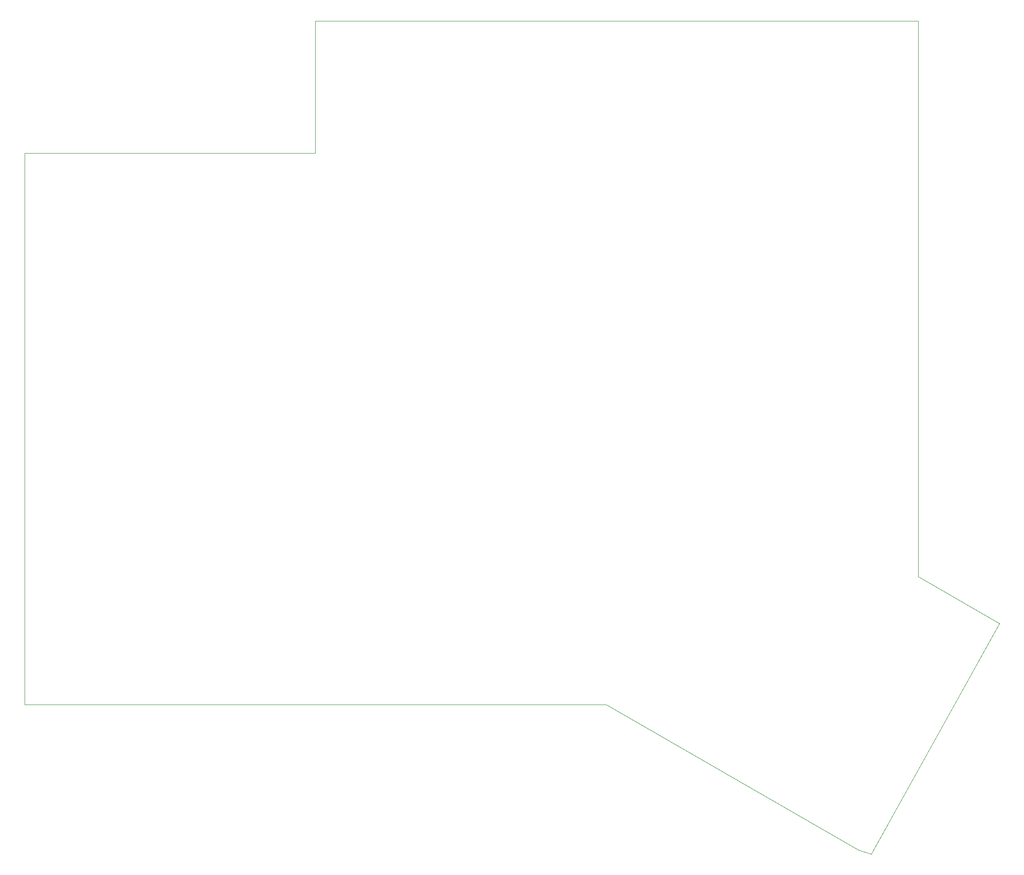
<source format=gm1>
G04 #@! TF.GenerationSoftware,KiCad,Pcbnew,5.1.10*
G04 #@! TF.CreationDate,2022-03-09T15:21:35-05:00*
G04 #@! TF.ProjectId,bourbondox2_left,626f7572-626f-46e6-946f-78325f6c6566,rev?*
G04 #@! TF.SameCoordinates,Original*
G04 #@! TF.FileFunction,Profile,NP*
%FSLAX46Y46*%
G04 Gerber Fmt 4.6, Leading zero omitted, Abs format (unit mm)*
G04 Created by KiCad (PCBNEW 5.1.10) date 2022-03-09 15:21:35*
%MOMM*%
%LPD*%
G01*
G04 APERTURE LIST*
G04 #@! TA.AperFunction,Profile*
%ADD10C,0.050000*%
G04 #@! TD*
G04 APERTURE END LIST*
D10*
X241300000Y-173037500D02*
X238918750Y-172243750D01*
X265112500Y-130175000D02*
X241300000Y-173037500D01*
X250031250Y-121443750D02*
X250031250Y-109537500D01*
X265112500Y-130175000D02*
X250031250Y-121443750D01*
X192087500Y-145256250D02*
X191293750Y-145256250D01*
X238918750Y-172243750D02*
X192087500Y-145256250D01*
X250031250Y-18256250D02*
X250031250Y-109537500D01*
X84137500Y-145256250D02*
X191293750Y-145256250D01*
X84137500Y-42862500D02*
X84137500Y-145256250D01*
X138112500Y-42862500D02*
X84137500Y-42862500D01*
X138112500Y-18256250D02*
X138112500Y-42862500D01*
X250031250Y-18256250D02*
X138112500Y-18256250D01*
M02*

</source>
